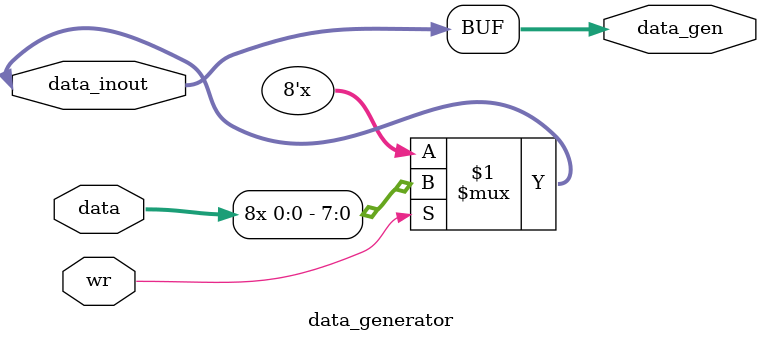
<source format=v>
module data_generator #
	(parameter N = 8)
	(data,data_inout,wr,data_gen);

input wire data,wr;
output [N-1:0] data_gen;
inout [N-1:0] data_inout;

assign data_inout = wr ?{N{data}}:{N{1'bZ}};
assign data_gen = data_inout; 

endmodule

</source>
